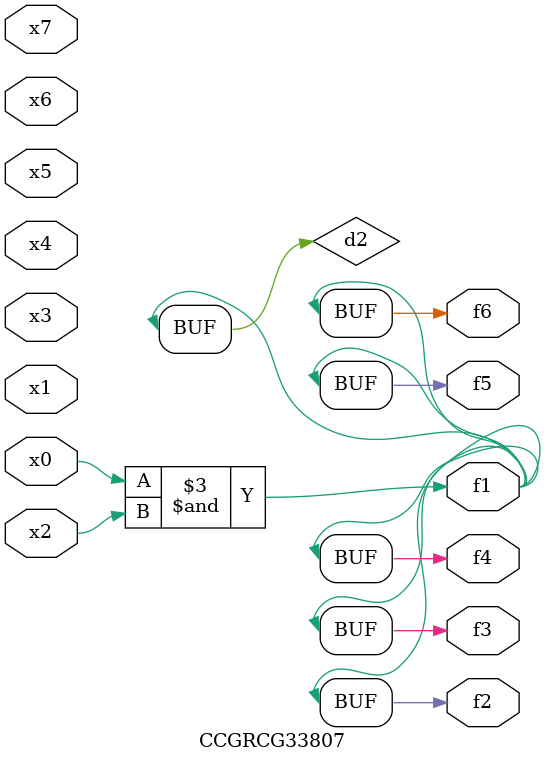
<source format=v>
module CCGRCG33807(
	input x0, x1, x2, x3, x4, x5, x6, x7,
	output f1, f2, f3, f4, f5, f6
);

	wire d1, d2;

	nor (d1, x3, x6);
	and (d2, x0, x2);
	assign f1 = d2;
	assign f2 = d2;
	assign f3 = d2;
	assign f4 = d2;
	assign f5 = d2;
	assign f6 = d2;
endmodule

</source>
